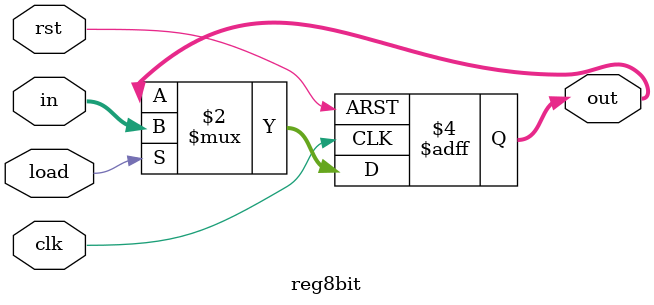
<source format=v>
module reg8bit (
    input clk,
    input rst,
    input load,
    input [7:0] in,       // datele de intrare
    output reg [7:0] out   // datele de ie?ire
);

    always @(posedge clk or posedge rst) begin
        if (rst)
            out <= 8'b00000000;
        else if (load)
            out <= in;
    end

endmodule
</source>
